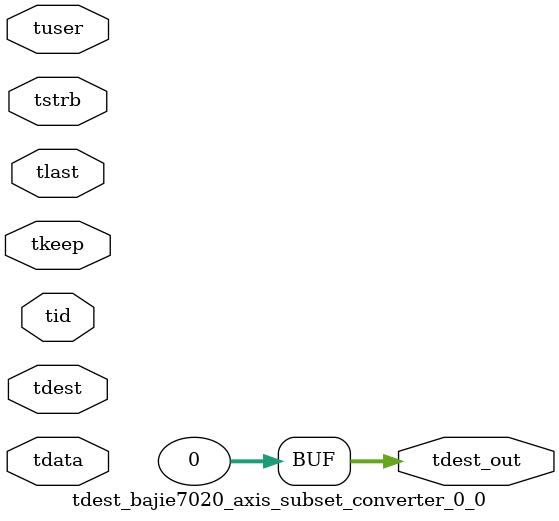
<source format=v>


`timescale 1ps/1ps

module tdest_bajie7020_axis_subset_converter_0_0 #
(
parameter C_S_AXIS_TDATA_WIDTH = 32,
parameter C_S_AXIS_TUSER_WIDTH = 0,
parameter C_S_AXIS_TID_WIDTH   = 0,
parameter C_S_AXIS_TDEST_WIDTH = 0,
parameter C_M_AXIS_TDEST_WIDTH = 32
)
(
input  [(C_S_AXIS_TDATA_WIDTH == 0 ? 1 : C_S_AXIS_TDATA_WIDTH)-1:0     ] tdata,
input  [(C_S_AXIS_TUSER_WIDTH == 0 ? 1 : C_S_AXIS_TUSER_WIDTH)-1:0     ] tuser,
input  [(C_S_AXIS_TID_WIDTH   == 0 ? 1 : C_S_AXIS_TID_WIDTH)-1:0       ] tid,
input  [(C_S_AXIS_TDEST_WIDTH == 0 ? 1 : C_S_AXIS_TDEST_WIDTH)-1:0     ] tdest,
input  [(C_S_AXIS_TDATA_WIDTH/8)-1:0 ] tkeep,
input  [(C_S_AXIS_TDATA_WIDTH/8)-1:0 ] tstrb,
input                                                                    tlast,
output [C_M_AXIS_TDEST_WIDTH-1:0] tdest_out
);

assign tdest_out = {1'b0};

endmodule


</source>
